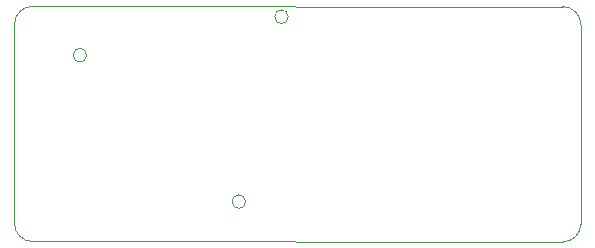
<source format=gbr>
%TF.GenerationSoftware,KiCad,Pcbnew,(5.1.10)-1*%
%TF.CreationDate,2021-07-16T14:20:34-05:00*%
%TF.ProjectId,transmisor,7472616e-736d-4697-936f-722e6b696361,rev?*%
%TF.SameCoordinates,Original*%
%TF.FileFunction,Profile,NP*%
%FSLAX46Y46*%
G04 Gerber Fmt 4.6, Leading zero omitted, Abs format (unit mm)*
G04 Created by KiCad (PCBNEW (5.1.10)-1) date 2021-07-16 14:20:34*
%MOMM*%
%LPD*%
G01*
G04 APERTURE LIST*
%TA.AperFunction,Profile*%
%ADD10C,0.050000*%
%TD*%
G04 APERTURE END LIST*
D10*
X105528800Y-76987400D02*
G75*
G03*
X105528800Y-76987400I-576000J0D01*
G01*
X109135600Y-61332800D02*
G75*
G03*
X109135600Y-61332800I-576000J0D01*
G01*
X92066800Y-64592200D02*
G75*
G03*
X92066800Y-64592200I-576000J0D01*
G01*
X87477600Y-80365600D02*
G75*
G02*
X85953600Y-78841600I0J1524000D01*
G01*
X85953600Y-61976000D02*
G75*
G02*
X87477600Y-60452000I1524000J0D01*
G01*
X133908800Y-78867000D02*
G75*
G02*
X132384800Y-80391000I-1524000J0D01*
G01*
X87477600Y-60452000D02*
X132384800Y-60477400D01*
X132384800Y-60477400D02*
G75*
G02*
X133908800Y-62001400I0J-1524000D01*
G01*
X85953600Y-78841600D02*
X85953600Y-61976000D01*
X132384800Y-80391000D02*
X87477600Y-80365600D01*
X133908800Y-62001400D02*
X133908800Y-78867000D01*
M02*

</source>
